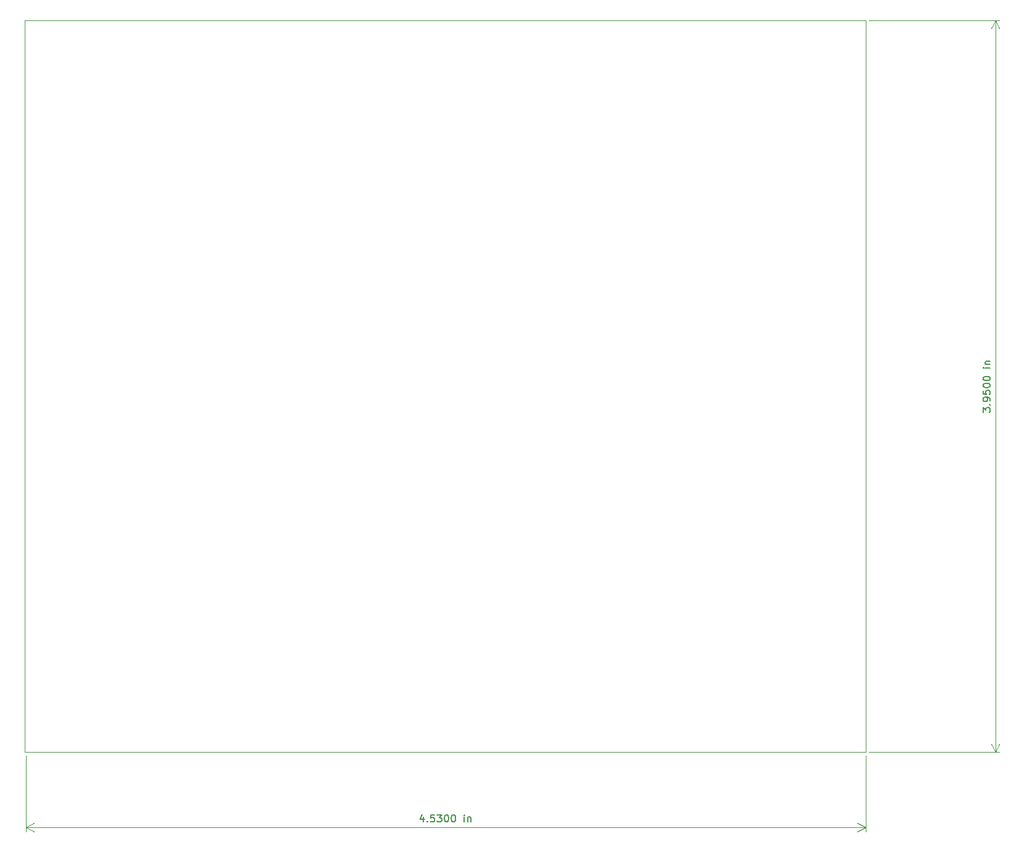
<source format=gbr>
%TF.GenerationSoftware,KiCad,Pcbnew,(6.0.6)*%
%TF.CreationDate,2022-09-13T11:19:58+07:00*%
%TF.ProjectId,Master,4d617374-6572-42e6-9b69-6361645f7063,rev?*%
%TF.SameCoordinates,Original*%
%TF.FileFunction,Profile,NP*%
%FSLAX46Y46*%
G04 Gerber Fmt 4.6, Leading zero omitted, Abs format (unit mm)*
G04 Created by KiCad (PCBNEW (6.0.6)) date 2022-09-13 11:19:58*
%MOMM*%
%LPD*%
G01*
G04 APERTURE LIST*
%TA.AperFunction,Profile*%
%ADD10C,0.100000*%
%TD*%
%ADD11C,0.150000*%
G04 APERTURE END LIST*
D10*
X88011000Y-140716000D02*
X203200000Y-140716000D01*
X203200000Y-40386000D02*
X88011000Y-40386000D01*
X88011000Y-40386000D02*
X88011000Y-140716000D01*
X203200000Y-140716000D02*
X203200000Y-40386000D01*
D11*
X142645190Y-149638714D02*
X142645190Y-150305380D01*
X142407095Y-149257761D02*
X142169000Y-149972047D01*
X142788047Y-149972047D01*
X143169000Y-150210142D02*
X143216619Y-150257761D01*
X143169000Y-150305380D01*
X143121380Y-150257761D01*
X143169000Y-150210142D01*
X143169000Y-150305380D01*
X144121380Y-149305380D02*
X143645190Y-149305380D01*
X143597571Y-149781571D01*
X143645190Y-149733952D01*
X143740428Y-149686333D01*
X143978523Y-149686333D01*
X144073761Y-149733952D01*
X144121380Y-149781571D01*
X144169000Y-149876809D01*
X144169000Y-150114904D01*
X144121380Y-150210142D01*
X144073761Y-150257761D01*
X143978523Y-150305380D01*
X143740428Y-150305380D01*
X143645190Y-150257761D01*
X143597571Y-150210142D01*
X144502333Y-149305380D02*
X145121380Y-149305380D01*
X144788047Y-149686333D01*
X144930904Y-149686333D01*
X145026142Y-149733952D01*
X145073761Y-149781571D01*
X145121380Y-149876809D01*
X145121380Y-150114904D01*
X145073761Y-150210142D01*
X145026142Y-150257761D01*
X144930904Y-150305380D01*
X144645190Y-150305380D01*
X144549952Y-150257761D01*
X144502333Y-150210142D01*
X145740428Y-149305380D02*
X145835666Y-149305380D01*
X145930904Y-149353000D01*
X145978523Y-149400619D01*
X146026142Y-149495857D01*
X146073761Y-149686333D01*
X146073761Y-149924428D01*
X146026142Y-150114904D01*
X145978523Y-150210142D01*
X145930904Y-150257761D01*
X145835666Y-150305380D01*
X145740428Y-150305380D01*
X145645190Y-150257761D01*
X145597571Y-150210142D01*
X145549952Y-150114904D01*
X145502333Y-149924428D01*
X145502333Y-149686333D01*
X145549952Y-149495857D01*
X145597571Y-149400619D01*
X145645190Y-149353000D01*
X145740428Y-149305380D01*
X146692809Y-149305380D02*
X146788047Y-149305380D01*
X146883285Y-149353000D01*
X146930904Y-149400619D01*
X146978523Y-149495857D01*
X147026142Y-149686333D01*
X147026142Y-149924428D01*
X146978523Y-150114904D01*
X146930904Y-150210142D01*
X146883285Y-150257761D01*
X146788047Y-150305380D01*
X146692809Y-150305380D01*
X146597571Y-150257761D01*
X146549952Y-150210142D01*
X146502333Y-150114904D01*
X146454714Y-149924428D01*
X146454714Y-149686333D01*
X146502333Y-149495857D01*
X146549952Y-149400619D01*
X146597571Y-149353000D01*
X146692809Y-149305380D01*
X148216619Y-150305380D02*
X148216619Y-149638714D01*
X148216619Y-149305380D02*
X148169000Y-149353000D01*
X148216619Y-149400619D01*
X148264238Y-149353000D01*
X148216619Y-149305380D01*
X148216619Y-149400619D01*
X148692809Y-149638714D02*
X148692809Y-150305380D01*
X148692809Y-149733952D02*
X148740428Y-149686333D01*
X148835666Y-149638714D01*
X148978523Y-149638714D01*
X149073761Y-149686333D01*
X149121380Y-149781571D01*
X149121380Y-150305380D01*
D10*
X88138000Y-141216000D02*
X88138000Y-151589420D01*
X203200000Y-141216000D02*
X203200000Y-151589420D01*
X88138000Y-151003000D02*
X203200000Y-151003000D01*
X88138000Y-151003000D02*
X203200000Y-151003000D01*
X88138000Y-151003000D02*
X89264504Y-151589421D01*
X88138000Y-151003000D02*
X89264504Y-150416579D01*
X203200000Y-151003000D02*
X202073496Y-150416579D01*
X203200000Y-151003000D02*
X202073496Y-151589421D01*
D11*
X219282380Y-94098619D02*
X219282380Y-93479571D01*
X219663333Y-93812904D01*
X219663333Y-93670047D01*
X219710952Y-93574809D01*
X219758571Y-93527190D01*
X219853809Y-93479571D01*
X220091904Y-93479571D01*
X220187142Y-93527190D01*
X220234761Y-93574809D01*
X220282380Y-93670047D01*
X220282380Y-93955761D01*
X220234761Y-94051000D01*
X220187142Y-94098619D01*
X220187142Y-93051000D02*
X220234761Y-93003380D01*
X220282380Y-93051000D01*
X220234761Y-93098619D01*
X220187142Y-93051000D01*
X220282380Y-93051000D01*
X220282380Y-92527190D02*
X220282380Y-92336714D01*
X220234761Y-92241476D01*
X220187142Y-92193857D01*
X220044285Y-92098619D01*
X219853809Y-92051000D01*
X219472857Y-92051000D01*
X219377619Y-92098619D01*
X219330000Y-92146238D01*
X219282380Y-92241476D01*
X219282380Y-92431952D01*
X219330000Y-92527190D01*
X219377619Y-92574809D01*
X219472857Y-92622428D01*
X219710952Y-92622428D01*
X219806190Y-92574809D01*
X219853809Y-92527190D01*
X219901428Y-92431952D01*
X219901428Y-92241476D01*
X219853809Y-92146238D01*
X219806190Y-92098619D01*
X219710952Y-92051000D01*
X219282380Y-91146238D02*
X219282380Y-91622428D01*
X219758571Y-91670047D01*
X219710952Y-91622428D01*
X219663333Y-91527190D01*
X219663333Y-91289095D01*
X219710952Y-91193857D01*
X219758571Y-91146238D01*
X219853809Y-91098619D01*
X220091904Y-91098619D01*
X220187142Y-91146238D01*
X220234761Y-91193857D01*
X220282380Y-91289095D01*
X220282380Y-91527190D01*
X220234761Y-91622428D01*
X220187142Y-91670047D01*
X219282380Y-90479571D02*
X219282380Y-90384333D01*
X219330000Y-90289095D01*
X219377619Y-90241476D01*
X219472857Y-90193857D01*
X219663333Y-90146238D01*
X219901428Y-90146238D01*
X220091904Y-90193857D01*
X220187142Y-90241476D01*
X220234761Y-90289095D01*
X220282380Y-90384333D01*
X220282380Y-90479571D01*
X220234761Y-90574809D01*
X220187142Y-90622428D01*
X220091904Y-90670047D01*
X219901428Y-90717666D01*
X219663333Y-90717666D01*
X219472857Y-90670047D01*
X219377619Y-90622428D01*
X219330000Y-90574809D01*
X219282380Y-90479571D01*
X219282380Y-89527190D02*
X219282380Y-89431952D01*
X219330000Y-89336714D01*
X219377619Y-89289095D01*
X219472857Y-89241476D01*
X219663333Y-89193857D01*
X219901428Y-89193857D01*
X220091904Y-89241476D01*
X220187142Y-89289095D01*
X220234761Y-89336714D01*
X220282380Y-89431952D01*
X220282380Y-89527190D01*
X220234761Y-89622428D01*
X220187142Y-89670047D01*
X220091904Y-89717666D01*
X219901428Y-89765285D01*
X219663333Y-89765285D01*
X219472857Y-89717666D01*
X219377619Y-89670047D01*
X219330000Y-89622428D01*
X219282380Y-89527190D01*
X220282380Y-88003380D02*
X219615714Y-88003380D01*
X219282380Y-88003380D02*
X219330000Y-88051000D01*
X219377619Y-88003380D01*
X219330000Y-87955761D01*
X219282380Y-88003380D01*
X219377619Y-88003380D01*
X219615714Y-87527190D02*
X220282380Y-87527190D01*
X219710952Y-87527190D02*
X219663333Y-87479571D01*
X219615714Y-87384333D01*
X219615714Y-87241476D01*
X219663333Y-87146238D01*
X219758571Y-87098619D01*
X220282380Y-87098619D01*
D10*
X203700000Y-140716000D02*
X221566420Y-140716000D01*
X203700000Y-40386000D02*
X221566420Y-40386000D01*
X220980000Y-140716000D02*
X220980000Y-40386000D01*
X220980000Y-140716000D02*
X220980000Y-40386000D01*
X220980000Y-140716000D02*
X221566421Y-139589496D01*
X220980000Y-140716000D02*
X220393579Y-139589496D01*
X220980000Y-40386000D02*
X220393579Y-41512504D01*
X220980000Y-40386000D02*
X221566421Y-41512504D01*
M02*

</source>
